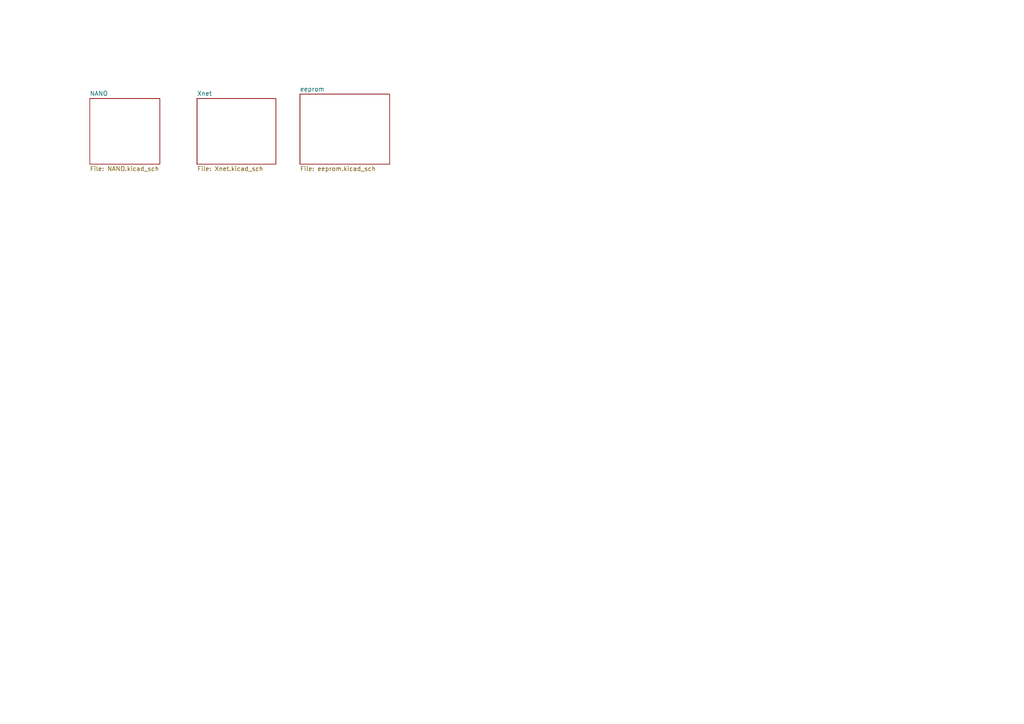
<source format=kicad_sch>
(kicad_sch (version 20211123) (generator eeschema)
  (paper "A4")
  (lib_symbols)
  (sheet (at 86.995 27.305) (size 26.035 20.32) (stroke (width 0.1524))
    (property "Sheet name" "eeprom" (at 86.995 26.5934 0) (effects (justify left bottom)))
    (property "Sheet file" "eeprom.kicad_sch" (at 86.995 48.2096 0) (effects (justify left top)))
  )
  (sheet (at 26.035 28.575) (size 20.32 19.05) (stroke (width 0.1524))
    (property "Sheet name" "NANO" (at 26.035 27.8634 0) (effects (justify left bottom)))
    (property "Sheet file" "NANO.kicad_sch" (at 26.035 48.2096 0) (effects (justify left top)))
  )
  (sheet (at 57.15 28.575) (size 22.86 19.05) (stroke (width 0.1524))
    (property "Sheet name" "Xnet" (at 57.15 27.8634 0) (effects (justify left bottom)))
    (property "Sheet file" "Xnet.kicad_sch" (at 57.15 48.2096 0) (effects (justify left top)))
  )
)
</source>
